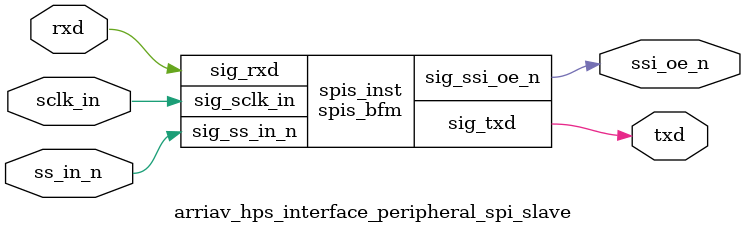
<source format=sv>


module spis_bfm
(
   sig_rxd,
   sig_ss_in_n,
   sig_sclk_in,
   sig_txd,
   sig_ssi_oe_n
);

   //--------------------------------------------------------------------------
   // =head1 PINS 
   // =head2 User defined interface
   //--------------------------------------------------------------------------
   input sig_rxd;
   input sig_ss_in_n;
   input sig_sclk_in;
   output sig_txd;
   output sig_ssi_oe_n;

   // synthesis translate_off
   import verbosity_pkg::*;
   
   typedef logic ROLE_rxd_t;
   typedef logic ROLE_ss_in_n_t;
   typedef logic ROLE_sclk_in_t;
   typedef logic ROLE_txd_t;
   typedef logic ROLE_ssi_oe_n_t;

   logic [0 : 0] rxd_in;
   logic [0 : 0] rxd_local;
   logic [0 : 0] ss_in_n_in;
   logic [0 : 0] ss_in_n_local;
   logic [0 : 0] sclk_in_in;
   logic [0 : 0] sclk_in_local;
   reg txd_temp;
   reg txd_out;
   reg ssi_oe_n_temp;
   reg ssi_oe_n_out;

   //--------------------------------------------------------------------------
   // =head1 Public Methods API
   // =pod
   // This section describes the public methods in the application programming
   // interface (API). The application program interface provides methods for 
   // a testbench which instantiates, controls and queries state in this BFM 
   // component. Test programs must only use these public access methods and 
   // events to communicate with this BFM component. The API and module pins
   // are the only interfaces of this component that are guaranteed to be
   // stable. The API will be maintained for the life of the product. 
   // While we cannot prevent a test program from directly accessing internal
   // tasks, functions, or data private to the BFM, there is no guarantee that
   // these will be present in the future. In fact, it is best for the user
   // to assume that the underlying implementation of this component can 
   // and will change.
   // =cut
   //--------------------------------------------------------------------------
   
   event signal_input_rxd_change;
   event signal_input_ss_in_n_change;
   event signal_input_sclk_in_change;
   
   function automatic string get_version();  // public
      // Return BFM version string. For example, version 9.1 sp1 is "9.1sp1" 
      string ret_version = "12.1";
      return ret_version;
   endfunction

   // -------------------------------------------------------
   // rxd
   // -------------------------------------------------------
   function automatic ROLE_rxd_t get_rxd();
   
      // Gets the rxd input value.
      $sformat(message, "%m: called get_rxd");
      print(VERBOSITY_DEBUG, message);
      return rxd_in;
      
   endfunction

   // -------------------------------------------------------
   // ss_in_n
   // -------------------------------------------------------
   function automatic ROLE_ss_in_n_t get_ss_in_n();
   
      // Gets the ss_in_n input value.
      $sformat(message, "%m: called get_ss_in_n");
      print(VERBOSITY_DEBUG, message);
      return ss_in_n_in;
      
   endfunction

   // -------------------------------------------------------
   // sclk_in
   // -------------------------------------------------------
   function automatic ROLE_sclk_in_t get_sclk_in();
   
      // Gets the sclk_in input value.
      $sformat(message, "%m: called get_sclk_in");
      print(VERBOSITY_DEBUG, message);
      return sclk_in_in;
      
   endfunction

   // -------------------------------------------------------
   // txd
   // -------------------------------------------------------

   function automatic void set_txd (
      ROLE_txd_t new_value
   );
      // Drive the new value to txd.
      
      $sformat(message, "%m: method called arg0 %0d", new_value); 
      print(VERBOSITY_DEBUG, message);
      
      txd_temp = new_value;
   endfunction

   // -------------------------------------------------------
   // ssi_oe_n
   // -------------------------------------------------------

   function automatic void set_ssi_oe_n (
      ROLE_ssi_oe_n_t new_value
   );
      // Drive the new value to ssi_oe_n.
      
      $sformat(message, "%m: method called arg0 %0d", new_value); 
      print(VERBOSITY_DEBUG, message);
      
      ssi_oe_n_temp = new_value;
   endfunction

   assign rxd_in = sig_rxd;
   assign ss_in_n_in = sig_ss_in_n;
   assign sclk_in_in = sig_sclk_in;
   assign sig_txd = txd_temp;
   assign sig_ssi_oe_n = ssi_oe_n_temp;


   always @(rxd_in) begin
      if (rxd_local != rxd_in)
         -> signal_input_rxd_change;
      rxd_local = rxd_in;
   end
   
   always @(ss_in_n_in) begin
      if (ss_in_n_local != ss_in_n_in)
         -> signal_input_ss_in_n_change;
      ss_in_n_local = ss_in_n_in;
   end
   
   always @(sclk_in_in) begin
      if (sclk_in_local != sclk_in_in)
         -> signal_input_sclk_in_change;
      sclk_in_local = sclk_in_in;
   end
   


// synthesis translate_on

endmodule

module cyclonev_hps_interface_peripheral_spi_slave (
   input  wire rxd,
   input  wire ss_in_n,
   input  wire sclk_in,
   output wire txd,
   output wire ssi_oe_n
);

   spis_bfm spis_inst (
      .sig_rxd(rxd),
      .sig_ss_in_n(ss_in_n),
      .sig_sclk_in(sclk_in),
      .sig_txd(txd),
      .sig_ssi_oe_n(ssi_oe_n)
   );

endmodule 

module arriav_hps_interface_peripheral_spi_slave (
   input  wire rxd,
   input  wire ss_in_n,
   input  wire sclk_in,
   output wire txd,
   output wire ssi_oe_n
);

   spis_bfm spis_inst (
      .sig_rxd(rxd),
      .sig_ss_in_n(ss_in_n),
      .sig_sclk_in(sclk_in),
      .sig_txd(txd),
      .sig_ssi_oe_n(ssi_oe_n)
   );

endmodule 
</source>
